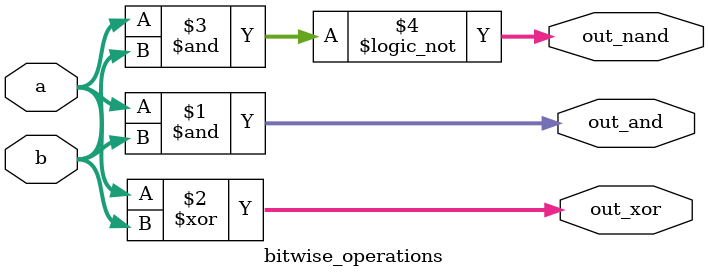
<source format=v>
module bitwise_operations(
    input [2:0] a,
    input [2:0] b,
    output [2:0] out_and,
    output [2:0] out_xor,
    output [2:0] out_nand
);

assign out_and = a & b;
assign out_xor = a ^ b;
assign out_nand = !(a & b);

endmodule
</source>
